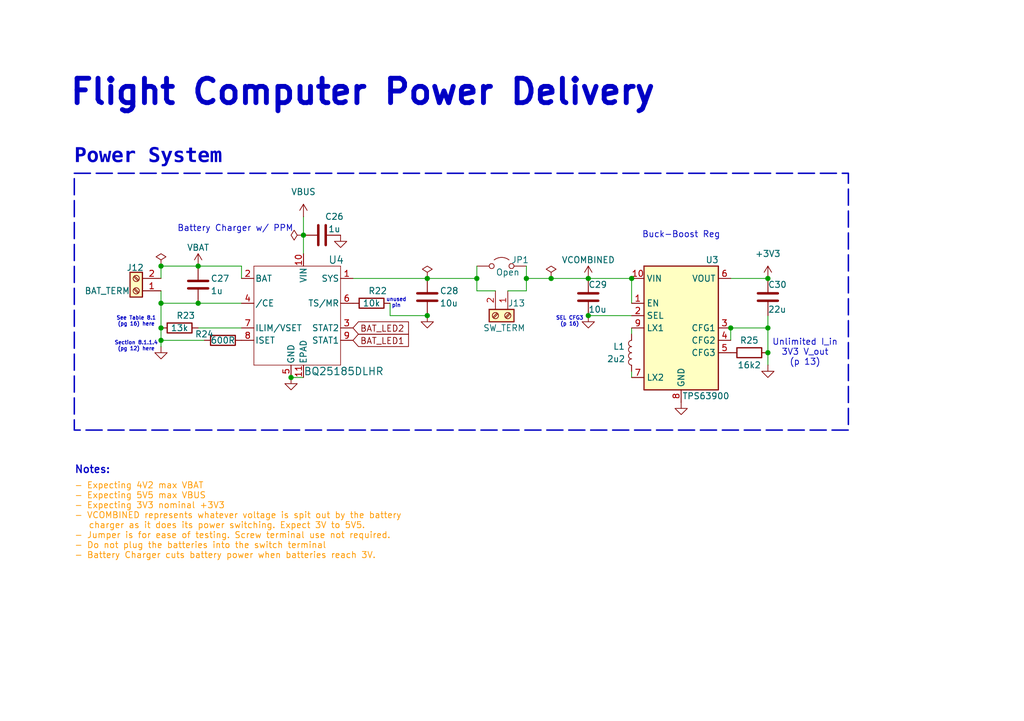
<source format=kicad_sch>
(kicad_sch (version 20231120) (generator "eeschema") (generator_version "8.0")
  (paper "A5")
  (title_block (title "Flight Computer Power Delivery System") (date "2024-07-14") (rev "0.1") (company "University of Maryland: Terrapin Rocket Team"))
  (lib_symbols
    (symbol "2024-07-14_19-29-37:BQ25185DLHR" (pin_names (offset 0.254))
      (property "Reference" "U" (at 15.24 21.59 0))
      (property "Value" "BQ25185DLHR" (at 19.05 -1.27 0))
      (symbol "BQ25185DLHR_0_1"
        (polyline (pts (xy 0 0) (xy 17.78 0)) (stroke (width 0.127)))
        (polyline (pts (xy 0 20.32) (xy 0 0)) (stroke (width 0.127)))
        (polyline (pts (xy 17.78 20.32) (xy 0 20.32)) (stroke (width 0.127)))
        (polyline (pts (xy 17.78 20.32) (xy 17.78 0)) (stroke (width 0.127)))
        (pin power_in line (at 20.32 17.78 180) (length 2.54) (name "SYS") (number "1"))
        (pin power_in line (at -2.54 17.78 0) (length 2.54) (name "BAT") (number "2"))
        (pin output line (at 20.32 7.62 180) (length 2.54) (name "STAT2") (number "3"))
        (pin input line (at -2.54 12.7 0) (length 2.54) (name "/CE") (number "4"))
        (pin power_out line (at 7.62 -2.54 90) (length 2.54) (name "GND") (number "5"))
        (pin bidirectional line (at 20.32 12.7 180) (length 2.54) (name "TS/MR") (number "6"))
        (pin bidirectional line (at -2.54 7.62 0) (length 2.54) (name "ILIM/VSET") (number "7"))
        (pin bidirectional line (at -2.54 5.08 0) (length 2.54) (name "ISET") (number "8"))
        (pin output line (at 20.32 5.08 180) (length 2.54) (name "STAT1") (number "9"))
      )
      (symbol "BQ25185DLHR_1_1"
        (pin input line (at 10.16 22.86 270) (length 2.54) (name "VIN") (number "10"))
        (pin passive line (at 10.16 -2.54 90) (length 2.54) (name "EPAD") (number "11"))
      )
    )
    (symbol "Connector:Screw_Terminal_01x02" (pin_names (offset 1.016) hide)
      (property "Reference" "J" (at 0 2.54 0))
      (property "Value" "Screw_Terminal_01x02" (at 0 -5.08 0))
      (symbol "Screw_Terminal_01x02_1_1"
        (rectangle (start -1.27 1.27) (end 1.27 -3.81) (stroke (width 0.254)) (fill (type background)))
        (circle (center 0 -2.54) (radius 0.635) (stroke (width 0.1524)))
        (polyline (pts (xy -0.5334 -2.2098) (xy 0.3302 -3.048)) (stroke (width 0.1524)))
        (polyline (pts (xy -0.5334 0.3302) (xy 0.3302 -0.508)) (stroke (width 0.1524)))
        (polyline (pts (xy -0.3556 -2.032) (xy 0.508 -2.8702)) (stroke (width 0.1524)))
        (polyline (pts (xy -0.3556 0.508) (xy 0.508 -0.3302)) (stroke (width 0.1524)))
        (circle (center 0 0) (radius 0.635) (stroke (width 0.1524)))
        (pin passive line (at -5.08 0 0) (length 3.81) (name "Pin_1") (number "1"))
        (pin passive line (at -5.08 -2.54 0) (length 3.81) (name "Pin_2") (number "2"))
      )
    )
    (symbol "Device:C" (pin_numbers hide) (pin_names (offset 0.254))
      (property "Reference" "C" (at 0.635 2.54 0))
      (property "Value" "C" (at 0.635 -2.54 0))
      (symbol "C_0_1"
        (polyline (pts (xy -2.032 -0.762) (xy 2.032 -0.762)) (stroke (width 0.508)))
        (polyline (pts (xy -2.032 0.762) (xy 2.032 0.762)) (stroke (width 0.508)))
      )
      (symbol "C_1_1"
        (pin passive line (at 0 3.81 270) (length 2.794) (name "~") (number "1"))
        (pin passive line (at 0 -3.81 90) (length 2.794) (name "~") (number "2"))
      )
    )
    (symbol "Device:L" (pin_numbers hide) (pin_names (offset 1.016) hide)
      (property "Reference" "L" (at -1.27 0 90))
      (property "Value" "L" (at 1.905 0 90))
      (symbol "L_0_1"
        (arc (start 0 -2.54) (mid 0.6323 -1.905) (end 0 -1.27))
        (arc (start 0 -1.27) (mid 0.6323 -0.635) (end 0 0))
        (arc (start 0 0) (mid 0.6323 0.635) (end 0 1.27))
        (arc (start 0 1.27) (mid 0.6323 1.905) (end 0 2.54))
      )
      (symbol "L_1_1"
        (pin passive line (at 0 3.81 270) (length 1.27) (name "1") (number "1"))
        (pin passive line (at 0 -3.81 90) (length 1.27) (name "2") (number "2"))
      )
    )
    (symbol "Device:R" (pin_numbers hide) (pin_names (offset 0))
      (property "Reference" "R" (at 2.032 0 90))
      (property "Value" "R" (at 0 0 90))
      (symbol "R_0_1"
        (rectangle (start -1.016 -2.54) (end 1.016 2.54) (stroke (width 0.254)))
      )
      (symbol "R_1_1"
        (pin passive line (at 0 3.81 270) (length 1.27) (name "~") (number "1"))
        (pin passive line (at 0 -3.81 90) (length 1.27) (name "~") (number "2"))
      )
    )
    (symbol "Jumper:Jumper_2_Open" (pin_numbers hide) (pin_names (offset 0) hide) (exclude_from_sim yes)
      (property "Reference" "JP" (at 0 2.794 0))
      (property "Value" "Jumper_2_Open" (at 0 -2.286 0))
      (symbol "Jumper_2_Open_0_0"
        (circle (center -2.032 0) (radius 0.508))
        (circle (center 2.032 0) (radius 0.508))
      )
      (symbol "Jumper_2_Open_0_1"
        (arc (start 1.524 1.27) (mid 0 1.778) (end -1.524 1.27))
      )
      (symbol "Jumper_2_Open_1_1"
        (pin passive line (at -5.08 0 0) (length 2.54) (name "A") (number "1"))
        (pin passive line (at 5.08 0 180) (length 2.54) (name "B") (number "2"))
      )
    )
    (symbol "Regulator_Switching:TPS63900"
      (property "Reference" "U" (at -7.62 13.97 0))
      (property "Value" "TPS63900" (at 5.08 13.97 0))
      (symbol "TPS63900_0_1"
        (rectangle (start -7.62 12.7) (end 7.62 -12.7) (stroke (width 0.254)) (fill (type background)))
      )
      (symbol "TPS63900_1_1"
        (pin input line (at -10.16 5.08 0) (length 2.54) (name "EN") (number "1"))
        (pin power_in line (at -10.16 10.16 0) (length 2.54) (name "VIN") (number "10"))
        (pin passive line (at 0 -15.24 90) (length 2.54) hide (name "GND") (number "11"))
        (pin input line (at -10.16 2.54 0) (length 2.54) (name "SEL") (number "2"))
        (pin input line (at 10.16 0 180) (length 2.54) (name "CFG1") (number "3"))
        (pin input line (at 10.16 -2.54 180) (length 2.54) (name "CFG2") (number "4"))
        (pin input line (at 10.16 -5.08 180) (length 2.54) (name "CFG3") (number "5"))
        (pin power_out line (at 10.16 10.16 180) (length 2.54) (name "VOUT") (number "6"))
        (pin input line (at -10.16 -10.16 0) (length 2.54) (name "LX2") (number "7"))
        (pin power_in line (at 0 -15.24 90) (length 2.54) (name "GND") (number "8"))
        (pin input line (at -10.16 0 0) (length 2.54) (name "LX1") (number "9"))
      )
    )
    (symbol "power:+3V3" (power) (pin_numbers hide) (pin_names (offset 0) hide)
      (property "Value" "+3V3" (at 0 3.556 0))
      (symbol "+3V3_0_1"
        (polyline (pts (xy -0.762 1.27) (xy 0 2.54)))
        (polyline (pts (xy 0 0) (xy 0 2.54)))
        (polyline (pts (xy 0 2.54) (xy 0.762 1.27)))
      )
      (symbol "+3V3_1_1"
        (pin power_in line (at 0 0 90) (length 0) (name "~") (number "1"))
      )
    )
    (symbol "power:GND" (power) (pin_numbers hide) (pin_names (offset 0) hide)
      (property "Value" "GND" (at 0 -3.81 0))
      (symbol "GND_0_1"
        (polyline (pts (xy 0 0) (xy 0 -1.27) (xy 1.27 -1.27) (xy 0 -2.54) (xy -1.27 -1.27) (xy 0 -1.27)))
      )
      (symbol "GND_1_1"
        (pin power_in line (at 0 0 270) (length 0) (name "~") (number "1"))
      )
    )
    (symbol "power:PWR_FLAG" (power) (pin_numbers hide) (pin_names (offset 0) hide)
      (property "Value" "PWR_FLAG" (at 0 3.81 0))
      (symbol "PWR_FLAG_0_0"
        (pin power_out line (at 0 0 90) (length 0) (name "~") (number "1"))
      )
      (symbol "PWR_FLAG_0_1"
        (polyline (pts (xy 0 0) (xy 0 1.27) (xy -1.016 1.905) (xy 0 2.54) (xy 1.016 1.905) (xy 0 1.27)))
      )
    )
    (symbol "power:VBUS" (power) (pin_numbers hide) (pin_names (offset 0) hide)
      (property "Value" "VBUS" (at 0 3.556 0))
      (symbol "VBUS_0_1"
        (polyline (pts (xy -0.762 1.27) (xy 0 2.54)))
        (polyline (pts (xy 0 0) (xy 0 2.54)))
        (polyline (pts (xy 0 2.54) (xy 0.762 1.27)))
      )
      (symbol "VBUS_1_1"
        (pin power_in line (at 0 0 90) (length 0) (name "~") (number "1"))
      )
    )
  )
  (junction (at 149.86 67.31))
  (junction (at 157.48 57.15))
  (junction (at 157.48 72.39))
  (junction (at 40.64 54.61))
  (junction (at 33.02 54.61))
  (junction (at 157.48 67.31))
  (junction (at 87.63 57.15))
  (junction (at 107.95 57.15))
  (junction (at 40.64 62.23))
  (junction (at 87.63 64.77))
  (junction (at 120.65 57.15))
  (junction (at 129.54 57.15))
  (junction (at 59.69 77.47))
  (junction (at 120.65 64.77))
  (junction (at 62.23 48.26))
  (junction (at 33.02 69.85))
  (junction (at 97.79 57.15))
  (junction (at 33.02 62.23))
  (junction (at 33.02 67.31))
  (junction (at 113.03 57.15))
  (wire (pts (xy 113.03 57.15) (xy 120.65 57.15)))
  (wire (pts (xy 107.95 57.15) (xy 107.95 59.69)))
  (wire (pts (xy 72.39 57.15) (xy 87.63 57.15)))
  (wire (pts (xy 33.02 71.12) (xy 33.02 69.85)))
  (wire (pts (xy 33.02 62.23) (xy 40.64 62.23)))
  (wire (pts (xy 33.02 69.85) (xy 33.02 67.31)))
  (wire (pts (xy 157.48 67.31) (xy 157.48 72.39)))
  (wire (pts (xy 33.02 59.69) (xy 33.02 62.23)))
  (wire (pts (xy 120.65 57.15) (xy 129.54 57.15)))
  (wire (pts (xy 62.23 48.26) (xy 62.23 52.07)))
  (wire (pts (xy 129.54 57.15) (xy 129.54 62.23)))
  (wire (pts (xy 129.54 64.77) (xy 120.65 64.77)))
  (wire (pts (xy 49.53 54.61) (xy 49.53 57.15)))
  (wire (pts (xy 129.54 76.2) (xy 129.54 77.47)))
  (wire (pts (xy 107.95 57.15) (xy 107.95 54.61)))
  (wire (pts (xy 157.48 74.93) (xy 157.48 72.39)))
  (wire (pts (xy 104.14 59.69) (xy 107.95 59.69)))
  (wire (pts (xy 33.02 54.61) (xy 33.02 57.15)))
  (wire (pts (xy 80.01 64.77) (xy 87.63 64.77)))
  (wire (pts (xy 40.64 62.23) (xy 49.53 62.23)))
  (wire (pts (xy 149.86 57.15) (xy 157.48 57.15)))
  (wire (pts (xy 33.02 62.23) (xy 33.02 67.31)))
  (wire (pts (xy 62.23 44.45) (xy 62.23 48.26)))
  (wire (pts (xy 97.79 54.61) (xy 97.79 57.15)))
  (wire (pts (xy 157.48 64.77) (xy 157.48 67.31)))
  (wire (pts (xy 59.69 77.47) (xy 62.23 77.47)))
  (wire (pts (xy 33.02 69.85) (xy 41.91 69.85)))
  (wire (pts (xy 33.02 54.61) (xy 40.64 54.61)))
  (wire (pts (xy 80.01 64.77) (xy 80.01 62.23)))
  (wire (pts (xy 97.79 57.15) (xy 97.79 59.69)))
  (wire (pts (xy 149.86 67.31) (xy 157.48 67.31)))
  (wire (pts (xy 129.54 67.31) (xy 129.54 68.58)))
  (wire (pts (xy 107.95 57.15) (xy 113.03 57.15)))
  (wire (pts (xy 87.63 57.15) (xy 97.79 57.15)))
  (wire (pts (xy 40.64 67.31) (xy 49.53 67.31)))
  (wire (pts (xy 149.86 67.31) (xy 149.86 69.85)))
  (wire (pts (xy 101.6 59.69) (xy 97.79 59.69)))
  (wire (pts (xy 40.64 54.61) (xy 49.53 54.61)))
  (rectangle (start 15.24 35.56) (end 173.99 88.265) (stroke (width 0.3) (type dash)))
  (text "SEL CFG3\n(p 16)" (at 116.84 66.04 0) (effects (font (size 0.762 0.762))))
  (text "Flight Computer Power Delivery" (at 13.97 19.05 0) (effects (font (size 5 5) (thickness 1) (bold yes)) (justify left)))
  (text "Unlimited I_in\n3V3 V_out\n(p 13)" (at 165.1 72.39 0) (effects (font (size 1.27 1.27))))
  (text "Section 8.1.1.4\n(pg 12) here" (at 27.94 71.12 0) (effects (font (size 0.762 0.762))))
  (text "Battery Charger w/ PPM" (at 48.26 46.99 0) (effects (font (size 1.27 1.27))))
  (text "Notes:" (at 15.24 96.52 0) (effects (font (size 1.524 1.524) (thickness 0.254) (bold yes)) (justify left)))
  (text "Power System" (at 15.24 33.02 0) (effects (font (size 3 3) (thickness 1) (bold yes)) (justify left)))
  (text "See Table 8.1\n(pg 16) here" (at 27.94 66.04 0) (effects (font (size 0.762 0.762))))
  (text "- Expecting 4V2 max VBAT\n- Expecting 5V5 max VBUS\n- Expecting 3V3 nominal +3V3\n- VCOMBINED represents whatever voltage is spit out by the battery\n   charger as it does its power switching. Expect 3V to 5V5.\n- Jumper is for ease of testing. Screw terminal use not required.\n- Do not plug the batteries into the switch terminal\n- Battery Charger cuts battery power when batteries reach 3V." (at 15.24 99.06 0) (effects (font (size 1.27 1.27)) (justify left top)))
  (text "Buck-Boost Reg" (at 139.7 48.26 0) (effects (font (size 1.27 1.27))))
  (text "unused\npin" (at 81.28 62.23 0) (effects (font (size 0.762 0.762))))
  (global_label "BAT_LED2" (shape input) (at 72.39 67.31 0) (property "Intersheetrefs" "${INTERSHEET_REFS}" (effects (hide yes))))
  (global_label "BAT_LED1" (shape input) (at 72.39 69.85 0) (property "Intersheetrefs" "${INTERSHEET_REFS}" (effects (hide yes))))
  (symbol (lib_id "Device:C") (at 66.04 48.26 90) (unit 1)
    (property "Reference" "C26" (at 68.58 44.45 90))
    (property "Value" "1u" (at 68.58 46.99 90))
    (property "Description" "Unpolarized capacitor" (effects (hide yes)))
  )
  (symbol (lib_id "power:GND") (at 120.65 64.77 0) (mirror y) (unit 1)
    (property "Reference" "#PWR051" (effects (hide yes)))
    (property "Value" "GND" (effects (hide yes)))
    (property "Description" "Power symbol creates a global label with name \"GND\" , ground" (effects (hide yes)))
  )
  (symbol (lib_id "Device:R") (at 45.72 69.85 90) (unit 1)
    (property "Reference" "R24" (at 41.91 68.58 90))
    (property "Value" "600R" (at 45.72 69.85 90))
    (property "Description" "Resistor" (effects (hide yes)))
  )
  (symbol (lib_id "power:GND") (at 87.63 64.77 0) (mirror y) (unit 1)
    (property "Reference" "#PWR050" (effects (hide yes)))
    (property "Value" "GND" (effects (hide yes)))
    (property "Description" "Power symbol creates a global label with name \"GND\" , ground" (effects (hide yes)))
  )
  (symbol (lib_id "Device:C") (at 157.48 60.96 0) (unit 1)
    (property "Reference" "C30" (at 157.48 58.42 0) (effects (justify left)))
    (property "Value" "22u" (at 157.48 63.5 0) (effects (justify left)))
    (property "Description" "Unpolarized capacitor" (effects (hide yes)))
  )
  (symbol (lib_id "power:GND") (at 33.02 71.12 0) (mirror y) (unit 1)
    (property "Reference" "#PWR052" (effects (hide yes)))
    (property "Value" "GND" (effects (hide yes)))
    (property "Description" "Power symbol creates a global label with name \"GND\" , ground" (effects (hide yes)))
  )
  (symbol (lib_id "power:PWR_FLAG") (at 62.23 48.26 90) (unit 1)
    (property "Reference" "#FLG02" (effects (hide yes)))
    (property "Value" "PWR_FLAG" (effects (hide yes)))
    (property "Description" "Special symbol for telling ERC where power comes from" (effects (hide yes)))
  )
  (symbol (lib_id "power:GND") (at 139.7 82.55 0) (mirror y) (unit 1)
    (property "Reference" "#PWR055" (effects (hide yes)))
    (property "Value" "GND" (effects (hide yes)))
    (property "Description" "Power symbol creates a global label with name \"GND\" , ground" (effects (hide yes)))
  )
  (symbol (lib_id "Regulator_Switching:TPS63900") (at 139.7 67.31 0) (unit 1)
    (property "Reference" "U3" (at 146.05 53.34 0))
    (property "Value" "TPS63900" (at 144.78 81.28 0))
    (property "Footprint" "Package_SON:WSON-10-1EP_2.5x2.5mm_P0.5mm_EP1.2x2mm_ThermalVias" (effects (hide yes)))
    (property "Datasheet" "https://www.ti.com/lit/ds/symlink/tps63900.pdf" (effects (hide yes)))
    (property "Description" "Buck-Boost Converter, 1.8-5.5V Input Voltage, 0.4A Switch Current, Adjustable 1.8-5V Output Voltage, WSON-10" (effects (hide yes)))
  )
  (symbol (lib_id "power:+3V3") (at 157.48 57.15 0) (unit 1)
    (property "Reference" "#PWR049" (effects (hide yes)))
    (property "Value" "+3V3" (at 157.48 52.07 0))
    (property "Description" "Power symbol creates a global label with name \"+3V3\"" (effects (hide yes)))
  )
  (symbol (lib_id "Connector:Screw_Terminal_01x02") (at 27.94 59.69 180) (unit 1)
    (property "Reference" "J12" (at 29.5275 54.9275 0) (effects (justify left)))
    (property "Value" "BAT_TERM" (at 26.67 59.69 0) (effects (justify left)))
    (property "Description" "Generic screw terminal, single row, 01x02, script generated (kicad-library-utils/schlib/autogen/connector/)" (effects (hide yes)))
  )
  (symbol (lib_id "Device:C") (at 120.65 60.96 0) (unit 1)
    (property "Reference" "C29" (at 120.65 58.42 0) (effects (justify left)))
    (property "Value" "10u" (at 120.65 63.5 0) (effects (justify left)))
    (property "Description" "Unpolarized capacitor" (effects (hide yes)))
  )
  (symbol (lib_id "power:VBUS") (at 40.64 54.61 0) (unit 1)
    (property "Reference" "#PWR047" (effects (hide yes)))
    (property "Value" "VBAT" (at 40.64 50.8 0))
    (property "Description" "Power symbol creates a global label with name \"VBUS\"" (effects (hide yes)))
  )
  (symbol (lib_id "Device:L") (at 129.54 72.39 0) (mirror y) (unit 1)
    (property "Reference" "L1" (at 125.73 71.12 0) (effects (justify right)))
    (property "Value" "2u2" (at 124.46 73.66 0) (effects (justify right)))
    (property "Description" "Inductor" (effects (hide yes)))
  )
  (symbol (lib_id "Device:R") (at 153.67 72.39 90) (unit 1)
    (property "Reference" "R25" (at 153.67 69.85 90))
    (property "Value" "16k2" (at 153.67 74.93 90))
    (property "Description" "Resistor" (effects (hide yes)))
  )
  (symbol (lib_id "power:GND") (at 69.85 48.26 0) (mirror y) (unit 1)
    (property "Reference" "#PWR046" (effects (hide yes)))
    (property "Value" "GND" (effects (hide yes)))
    (property "Description" "Power symbol creates a global label with name \"GND\" , ground" (effects (hide yes)))
  )
  (symbol (lib_id "Device:R") (at 76.2 62.23 90) (unit 1)
    (property "Reference" "R22" (at 77.47 59.69 90))
    (property "Value" "10k" (at 76.2 62.23 90))
    (property "Description" "Resistor" (effects (hide yes)))
  )
  (symbol (lib_id "Device:R") (at 36.83 67.31 90) (unit 1)
    (property "Reference" "R23" (at 38.1 64.77 90))
    (property "Value" "13k" (at 36.83 67.31 90))
    (property "Description" "Resistor" (effects (hide yes)))
  )
  (symbol (lib_id "power:PWR_FLAG") (at 113.03 57.15 0) (unit 1)
    (property "Reference" "#FLG05" (effects (hide yes)))
    (property "Value" "PWR_FLAG" (effects (hide yes)))
    (property "Description" "Special symbol for telling ERC where power comes from" (effects (hide yes)))
  )
  (symbol (lib_id "power:VBUS") (at 120.65 57.15 0) (unit 1)
    (property "Reference" "#PWR048" (effects (hide yes)))
    (property "Value" "VCOMBINED" (at 120.65 53.34 0))
    (property "Description" "Power symbol creates a global label with name \"VBUS\"" (effects (hide yes)))
  )
  (symbol (lib_id "2024-07-14_19-29-37:BQ25185DLHR") (at 52.07 74.93 0) (unit 1)
    (property "Reference" "U4" (at 67.31 53.34 0) (effects (font (size 1.524 1.524)) (justify left)))
    (property "Value" "BQ25185DLHR" (at 62.23 76.2 0) (effects (font (size 1.524 1.524)) (justify left)))
    (property "Footprint" "WSON10_DLH_TEX" (effects (hide yes)))
    (property "Datasheet" "BQ25185DLHR" (effects (hide yes)))
  )
  (symbol (lib_id "power:PWR_FLAG") (at 33.02 54.61 0) (unit 1)
    (property "Reference" "#FLG03" (effects (hide yes)))
    (property "Value" "PWR_FLAG" (effects (hide yes)))
    (property "Description" "Special symbol for telling ERC where power comes from" (effects (hide yes)))
  )
  (symbol (lib_id "Jumper:Jumper_2_Open") (at 102.87 54.61 0) (unit 1) (exclude_from_sim yes)
    (property "Reference" "JP1" (at 106.68 53.34 0))
    (property "Value" "Open" (at 104.14 55.88 0))
    (property "Description" "Jumper, 2-pole, open" (effects (hide yes)))
  )
  (symbol (lib_id "power:VBUS") (at 62.23 44.45 0) (unit 1)
    (property "Reference" "#PWR045" (effects (hide yes)))
    (property "Value" "VBUS" (at 62.23 39.37 0))
    (property "Description" "Power symbol creates a global label with name \"VBUS\"" (effects (hide yes)))
  )
  (symbol (lib_id "power:GND") (at 157.48 74.93 0) (mirror y) (unit 1)
    (property "Reference" "#PWR053" (effects (hide yes)))
    (property "Value" "GND" (effects (hide yes)))
    (property "Description" "Power symbol creates a global label with name \"GND\" , ground" (effects (hide yes)))
  )
  (symbol (lib_id "Connector:Screw_Terminal_01x02") (at 104.14 64.77 270) (unit 1)
    (property "Reference" "J13" (at 104.14 62.23 90) (effects (justify left)))
    (property "Value" "SW_TERM" (at 99.06 67.31 90) (effects (justify left)))
    (property "Description" "Generic screw terminal, single row, 01x02, script generated (kicad-library-utils/schlib/autogen/connector/)" (effects (hide yes)))
  )
  (symbol (lib_id "Device:C") (at 87.63 60.96 0) (unit 1)
    (property "Reference" "C28" (at 90.17 59.69 0) (effects (justify left)))
    (property "Value" "10u" (at 90.17 62.23 0) (effects (justify left)))
    (property "Description" "Unpolarized capacitor" (effects (hide yes)))
  )
  (symbol (lib_id "Device:C") (at 40.64 58.42 0) (unit 1)
    (property "Reference" "C27" (at 43.18 57.15 0) (effects (justify left)))
    (property "Value" "1u" (at 43.18 59.69 0) (effects (justify left)))
    (property "Description" "Unpolarized capacitor" (effects (hide yes)))
  )
  (symbol (lib_id "power:GND") (at 59.69 77.47 0) (mirror y) (unit 1)
    (property "Reference" "#PWR054" (effects (hide yes)))
    (property "Value" "GND" (effects (hide yes)))
    (property "Description" "Power symbol creates a global label with name \"GND\" , ground" (effects (hide yes)))
  )
  (symbol (lib_id "power:PWR_FLAG") (at 87.63 57.15 0) (unit 1)
    (property "Reference" "#FLG04" (effects (hide yes)))
    (property "Value" "PWR_FLAG" (effects (hide yes)))
    (property "Description" "Special symbol for telling ERC where power comes from" (effects (hide yes)))
  )
)
</source>
